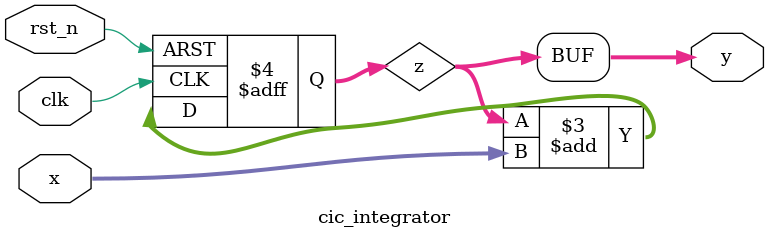
<source format=v>
`timescale 1ns / 1ps
module cic_integrator
	#(
		// characteristics
		
		// precision
		parameter PRECISION = 12			// the vertical precision
	)
	(
		input rst_n,							// reset (active low)
		input clk,								// clock
		input [PRECISION-1:0] x,			// stage input
		output [PRECISION-1:0] y			// stage output
    );

	reg [PRECISION-1:0] z;
	
	always @(posedge clk or negedge rst_n) begin
		if (!rst_n) begin
			z <= 0;
		end else begin
			z <= z + x;
		end
	end
	
	assign y = z;
	
endmodule

</source>
